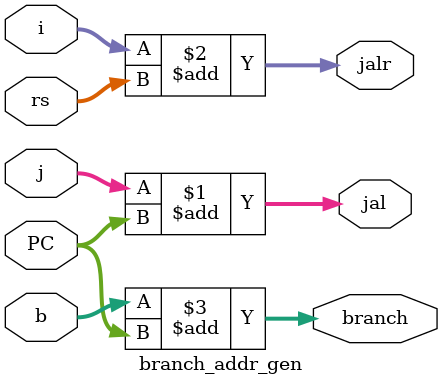
<source format=sv>
`timescale 1ns / 1ps


module branch_addr_gen(
    input [31:0] PC, j, b, i, rs,
    output [31:0] jal, jalr, branch
    );
    
    assign jal = j + PC;
    assign jalr = i + rs;
    assign branch = b + PC;
    
endmodule

</source>
